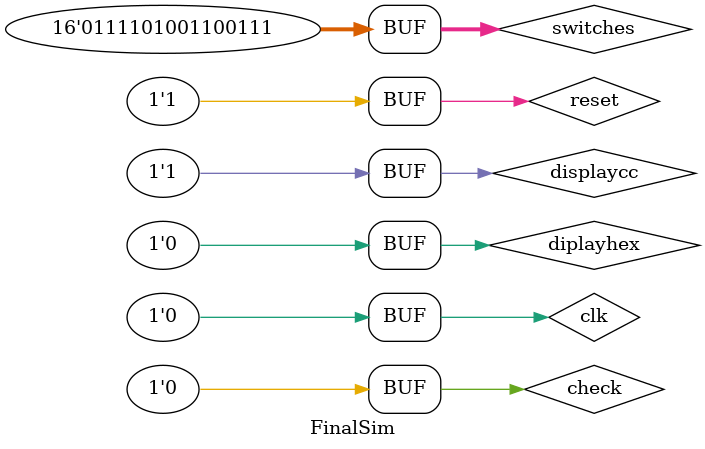
<source format=sv>
`timescale 1ns / 1ps


module FinalSim(

    );
    logic [15:0]switches; //the input switches
    logic check; //button to check if the answer is correct
    logic reset; //this is reset/start
    logic clk; //this is the clock
    logic [7:0]ssegs; //this is the final output to the seven seg display
    logic [3:0]an; //this is the final an to the seven seg  
    logic diplayhex;
    logic displaycc;
  
    
    FinalProject Labl_inst(.switches(switches), .check(check), .reset(reset), .clk(clk), .ssegs(ssegs), .an(an), .displayHex(diplayhex), .displaycc(displaycc));
    always
    begin
    clk = 1;
    #1
    clk = 0;
    #1;
    end
    
    
    
    initial
    begin 
    reset = 0;
    #5
    reset = 1;
    #5
    reset = 0;
    #5
    reset = 1;
    #5
    reset = 0;
    #5
    reset = 1;
    #5
    reset = 0;
    #5
    reset = 1;
    #5
    reset = 0;
    #5
    reset = 1;
    #5
    reset = 0;
    #5
    reset = 1;
    #5
    reset = 0;
    #5
    reset = 1;
    #5
    reset = 0;
    #5
    reset = 1;
    #5
    
    
    
    
    
    
    
    
    switches = 15'b0011101100111010;  check = 0; reset = 1;  diplayhex = 0; displaycc = 1;

    switches = 15'b0011101100111010;  check = 0;  reset = 1;
    #40
    switches = 15'b0011101100111010;  check = 1; reset = 0;
    #40
    switches = 15'b0011101100111010;  check = 0; reset = 0;
    #40
    switches = 15'b1010110011011101;  check = 1; reset = 0; diplayhex = 0; displaycc = 1;
    #40
    switches = 15'b1010110011011101; check = 0; reset = 1;
    #40
    switches = 15'b1010110011011101; check = 1; reset = 0;
    #40
        
    check = 0; reset = 1;
    #40
        
    //1 - B244
    reset = 0;
    switches = 15'b1011001001000100; check = 1;
    #40
    check = 0; reset = 1;
    #40
    
    //2 - 0047
    reset = 0;
    switches = 15'b0000000001000111; check = 1;
    #40
    check = 0; reset = 1;
    #40
    
    //3 - 0C54
    reset = 0;
    switches = 15'b0000110001010100; check = 1;
    #40
    check = 0; reset = 1;
    #40

    //4 - 38C6
    reset = 0;
    switches = 15'b0011100011000110; check = 1;
    #40
    check = 0; reset = 1;
    #40
        
    //5 - BEF5
    reset = 0;
    switches = 15'b1011111011110101; check = 1;
    #40
    check = 0; reset = 1;
    #40

    //6 - BDCA
    reset = 0;
    switches = 15'b1011110111001010; check = 1;
    #40
    check = 0; reset = 1;
    #40

    //7 - 251F
    reset = 0;
    switches = 15'b0010010100011111; check = 1;
    #40
    check = 0; reset = 1;
    #40

    //8 - 316B
    reset = 0;
    switches = 15'b0011000101101011; check = 1;
    #40
    check = 0; reset = 1;
    #40

    //9 - C138
    reset = 0;
    switches = 15'b1100000100111000; check = 1;
    #40
    check = 0; reset = 1;
    #40

    //10 - 5368
    reset = 0;
    switches = 15'b0101001101101000; check = 1;
    #40
    check = 0; reset = 1;
    #40

    //11 - 8B71
    reset = 0;
    switches = 15'b1000101101110001; check = 1;
    #40
    check = 0; reset = 1;
    #40

    //12 - 8DA9
    reset = 0;
    switches = 15'b1000110110101001; check = 1;
    #40
    check = 0; reset = 1;
    #40
    
    //13 - E5AC
    reset = 0;
    switches = 15'b1110010110101100; check = 1;
    #40
    check = 0; reset = 1;
    #40

    //14 - F5F9
    reset = 0;
    switches = 15'b1111010111111001; check = 1;
    #40
    check = 0; reset = 1;
    #40

    //15 - 7A67
    reset = 0;
    switches = 15'b0111101001100111; check = 1;
    #40
    check = 0; reset = 1;
    
    end
    
    
    
    
    
    
    
endmodule

</source>
